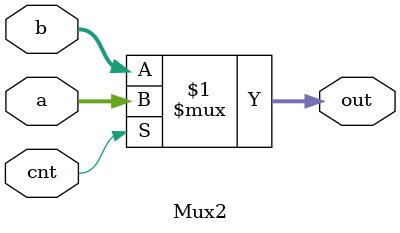
<source format=v>
module Mux2(a, b, cnt, out);
    input [31:0] a, b;
    input cnt;
    output [31:0] out;
    assign out = cnt ? a:b;
endmodule
</source>
